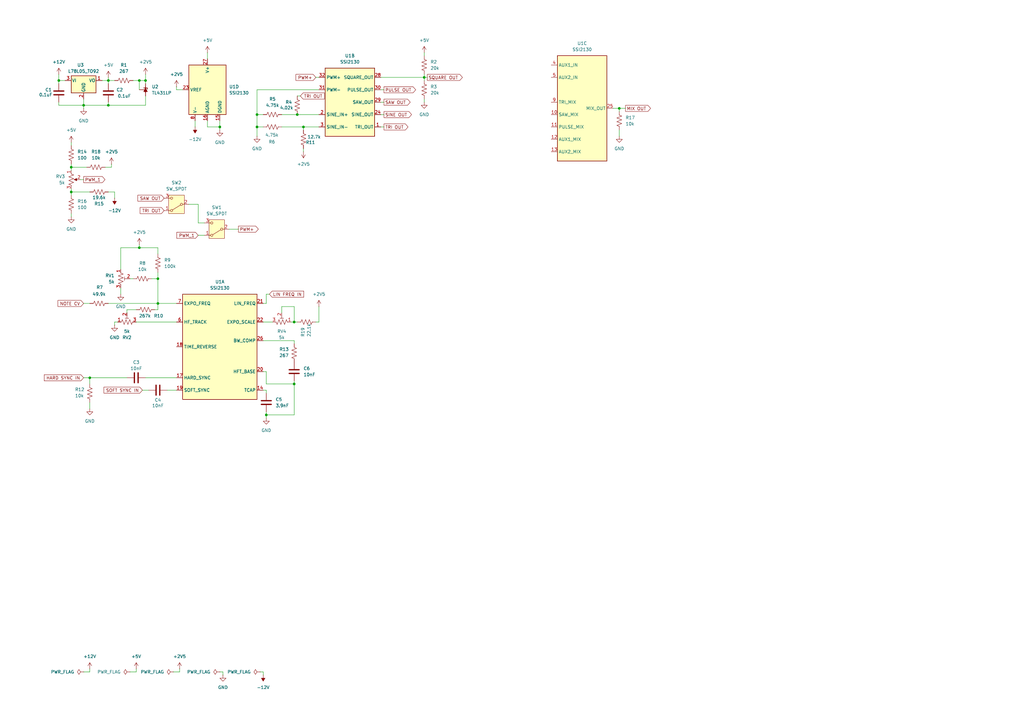
<source format=kicad_sch>
(kicad_sch (version 20250114) (generator "eeschema") (generator_version "9.0")
  (paper "A3")
  (title_block (title "Basic VCO") (date "2026-02-12") (rev "1"))
  (lib_symbols
    (symbol "Device:C" (pin_numbers (hide yes)) (pin_names (offset 0.254))
      (property "Reference" "C" (at 0.635 2.54 0))
      (property "Value" "C" (at 0.635 -2.54 0))
      (symbol "C_0_1"
        (polyline (pts (xy -2.032 0.762) (xy 2.032 0.762)) (stroke (width 0.508)))
        (polyline (pts (xy -2.032 -0.762) (xy 2.032 -0.762)) (stroke (width 0.508)))
      )
      (symbol "C_1_1"
        (pin passive line (at 0 3.81 270) (length 2.794) (name "~") (number "1"))
        (pin passive line (at 0 -3.81 90) (length 2.794) (name "~") (number "2"))
      )
    )
    (symbol "Device:R_Potentiometer_Trim_US" (pin_names (offset 1.016) (hide yes))
      (property "Reference" "RV" (at -4.445 0 90))
      (property "Value" "R_Potentiometer_Trim_US" (at -2.54 0 90))
      (symbol "R_Potentiometer_Trim_US_0_1"
        (polyline (pts (xy 0 2.286) (xy 0 2.54)))
        (polyline (pts (xy 0 2.286) (xy 1.016 1.905) (xy 0 1.524) (xy -1.016 1.143) (xy 0 0.762)))
        (polyline (pts (xy 0 0.762) (xy 1.016 0.381) (xy 0 0) (xy -1.016 -0.381) (xy 0 -0.762)))
        (polyline (pts (xy 0 -0.762) (xy 1.016 -1.143) (xy 0 -1.524) (xy -1.016 -1.905) (xy 0 -2.286)))
        (polyline (pts (xy 0 -2.286) (xy 0 -2.54)))
        (polyline (pts (xy 1.524 0.762) (xy 1.524 -0.762)))
        (polyline (pts (xy 2.54 0) (xy 1.524 0)))
      )
      (symbol "R_Potentiometer_Trim_US_1_1"
        (pin passive line (at 0 3.81 270) (length 1.27) (name "1") (number "1"))
        (pin passive line (at 0 -3.81 90) (length 1.27) (name "3") (number "3"))
        (pin passive line (at 3.81 0 180) (length 1.27) (name "2") (number "2"))
      )
    )
    (symbol "Device:R_Potentiometer_US" (pin_names (offset 1.016) (hide yes))
      (property "Reference" "RV" (at -4.445 0 90))
      (property "Value" "R_Potentiometer_US" (at -2.54 0 90))
      (symbol "R_Potentiometer_US_0_1"
        (polyline (pts (xy 0 2.54) (xy 0 2.286)))
        (polyline (pts (xy 0 2.286) (xy 1.016 1.905) (xy 0 1.524) (xy -1.016 1.143) (xy 0 0.762)))
        (polyline (pts (xy 0 0.762) (xy 1.016 0.381) (xy 0 0) (xy -1.016 -0.381) (xy 0 -0.762)))
        (polyline (pts (xy 0 -0.762) (xy 1.016 -1.143) (xy 0 -1.524) (xy -1.016 -1.905) (xy 0 -2.286)))
        (polyline (pts (xy 0 -2.286) (xy 0 -2.54)))
        (polyline (pts (xy 1.143 0) (xy 2.286 0.508) (xy 2.286 -0.508) (xy 1.143 0)) (fill (type outline)))
        (polyline (pts (xy 2.54 0) (xy 1.524 0)))
      )
      (symbol "R_Potentiometer_US_1_1"
        (pin passive line (at 0 3.81 270) (length 1.27) (name "1") (number "1"))
        (pin passive line (at 0 -3.81 90) (length 1.27) (name "3") (number "3"))
        (pin passive line (at 3.81 0 180) (length 1.27) (name "2") (number "2"))
      )
    )
    (symbol "Device:R_US" (pin_numbers (hide yes)) (pin_names (offset 0))
      (property "Reference" "R" (at 2.54 0 90))
      (property "Value" "R_US" (at -2.54 0 90))
      (symbol "R_US_0_1"
        (polyline (pts (xy 0 2.286) (xy 0 2.54)))
        (polyline (pts (xy 0 2.286) (xy 1.016 1.905) (xy 0 1.524) (xy -1.016 1.143) (xy 0 0.762)))
        (polyline (pts (xy 0 0.762) (xy 1.016 0.381) (xy 0 0) (xy -1.016 -0.381) (xy 0 -0.762)))
        (polyline (pts (xy 0 -0.762) (xy 1.016 -1.143) (xy 0 -1.524) (xy -1.016 -1.905) (xy 0 -2.286)))
        (polyline (pts (xy 0 -2.286) (xy 0 -2.54)))
      )
      (symbol "R_US_1_1"
        (pin passive line (at 0 3.81 270) (length 1.27) (name "~") (number "1"))
        (pin passive line (at 0 -3.81 90) (length 1.27) (name "~") (number "2"))
      )
    )
    (symbol "Reference_Voltage:TL431LP" (pin_numbers (hide yes)) (pin_names (hide yes))
      (property "Reference" "U" (at -2.54 2.54 0))
      (property "Value" "TL431LP" (at 0 -2.54 0))
      (symbol "TL431LP_0_1"
        (polyline (pts (xy -1.27 0) (xy 0 0) (xy 1.27 0)))
        (polyline (pts (xy -0.762 -0.762) (xy -0.762 0.762) (xy 0.762 0) (xy -0.762 -0.762)) (fill (type outline)))
        (polyline (pts (xy 0.254 -0.762) (xy 0.762 -0.762) (xy 0.762 0.762) (xy 0.762 0.762)) (stroke (width 0.254)))
      )
      (symbol "TL431LP_1_1"
        (pin passive line (at -2.54 0 0) (length 2.54) (name "A") (number "2"))
        (pin passive line (at 0 2.54 270) (length 2.54) (name "REF") (number "1"))
        (pin passive line (at 2.54 0 180) (length 2.54) (name "K") (number "3"))
      )
    )
    (symbol "Regulator_Linear:L78L05_TO92" (pin_names (offset 0.254))
      (property "Reference" "U" (at -3.81 3.175 0))
      (property "Value" "L78L05_TO92" (at 0 3.175 0))
      (symbol "L78L05_TO92_0_1"
        (rectangle (start -5.08 -5.08) (end 5.08 1.905) (stroke (width 0.254)) (fill (type background)))
      )
      (symbol "L78L05_TO92_1_1"
        (pin power_in line (at -7.62 0 0) (length 2.54) (name "VI") (number "3"))
        (pin power_in line (at 0 -7.62 90) (length 2.54) (name "GND") (number "2"))
        (pin power_out line (at 7.62 0 180) (length 2.54) (name "VO") (number "1"))
      )
    )
    (symbol "SSI:SSI2130"
      (property "Reference" "U" (at 0 25.4 0))
      (property "Value" "SSI2130" (at 0 22.86 0))
      (symbol "SSI2130_1_1"
        (rectangle (start -15.24 21.59) (end 15.24 -21.59) (stroke (width 0.254)) (fill (type background)))
        (pin input line (at -17.78 17.78 0) (length 2.54) (name "EXPO_FREQ") (number "7"))
        (pin input line (at -17.78 10.16 0) (length 2.54) (name "HF_TRACK") (number "6"))
        (pin input line (at -17.78 0 0) (length 2.54) (name "TIME_REVERSE") (number "18"))
        (pin input line (at -17.78 -12.7 0) (length 2.54) (name "HARD_SYNC") (number "17"))
        (pin input line (at -17.78 -17.78 0) (length 2.54) (name "SOFT_SYNC") (number "19"))
        (pin input line (at 17.78 17.78 180) (length 2.54) (name "LIN_FREQ") (number "21"))
        (pin input line (at 17.78 10.16 180) (length 2.54) (name "EXPO_SCALE") (number "22"))
        (pin input line (at 17.78 2.54 180) (length 2.54) (name "BW_COMP") (number "26"))
        (pin passive line (at 17.78 -10.16 180) (length 2.54) (name "HFT_BASE") (number "20"))
        (pin passive line (at 17.78 -17.78 180) (length 2.54) (name "TCAP") (number "14"))
      )
      (symbol "SSI2130_2_1"
        (rectangle (start -10.16 13.97) (end 10.16 -13.97) (stroke (width 0.254)) (fill (type background)))
        (pin input line (at -12.7 10.16 0) (length 2.54) (name "PWM+") (number "32"))
        (pin input line (at -12.7 5.08 0) (length 2.54) (name "PWM-") (number "31"))
        (pin input line (at -12.7 -5.08 0) (length 2.54) (name "SINE_IN+") (number "2"))
        (pin input line (at -12.7 -10.16 0) (length 2.54) (name "SINE_IN-") (number "3"))
        (pin output line (at 12.7 10.16 180) (length 2.54) (name "SQUARE_OUT") (number "28"))
        (pin output line (at 12.7 5.08 180) (length 2.54) (name "PULSE_OUT") (number "30"))
        (pin output line (at 12.7 0 180) (length 2.54) (name "SAW_OUT") (number "29"))
        (pin output line (at 12.7 -5.08 180) (length 2.54) (name "SINE_OUT") (number "24"))
        (pin output line (at 12.7 -10.16 180) (length 2.54) (name "TRI_OUT") (number "1"))
      )
      (symbol "SSI2130_3_1"
        (rectangle (start -10.16 21.59) (end 10.16 -21.59) (stroke (width 0.254)) (fill (type background)))
        (pin input line (at -12.7 17.78 0) (length 2.54) (name "AUX1_IN") (number "4"))
        (pin input line (at -12.7 12.7 0) (length 2.54) (name "AUX2_IN") (number "5"))
        (pin input line (at -12.7 2.54 0) (length 2.54) (name "TRI_MIX") (number "9"))
        (pin input line (at -12.7 -2.54 0) (length 2.54) (name "SAW_MIX") (number "10"))
        (pin input line (at -12.7 -7.62 0) (length 2.54) (name "PULSE_MIX") (number "11"))
        (pin input line (at -12.7 -12.7 0) (length 2.54) (name "AUX1_MIX") (number "12"))
        (pin input line (at -12.7 -17.78 0) (length 2.54) (name "AUX2_MIX") (number "13"))
        (pin output line (at 12.7 0 180) (length 2.54) (name "MIX_OUT") (number "25"))
      )
      (symbol "SSI2130_4_1"
        (rectangle (start -7.62 10.16) (end 7.62 -10.16) (stroke (width 0.254)) (fill (type background)))
        (pin input line (at -10.16 0 0) (length 2.54) (name "VREF") (number "23"))
        (pin power_in line (at -5.08 -12.7 90) (length 2.54) (name "V-") (number "8"))
        (pin power_in line (at 0 12.7 270) (length 2.54) (name "V+") (number "27"))
        (pin power_in line (at 0 -12.7 90) (length 2.54) (name "AGND") (number "16"))
        (pin power_in line (at 5.08 -12.7 90) (length 2.54) (name "DGND") (number "15"))
        (pin no_connect line (at 10.16 0 180) (length 2.54) (hide yes) (name "PAD") (number "33"))
      )
    )
    (symbol "Switch:SW_SPDT" (pin_names (offset 0) (hide yes))
      (property "Reference" "SW" (at 0 5.08 0))
      (property "Value" "SW_SPDT" (at 0 -5.08 0))
      (symbol "SW_SPDT_0_1"
        (circle (center -2.032 0) (radius 0.4572))
        (polyline (pts (xy -1.651 0.254) (xy 1.651 2.286)))
        (circle (center 2.032 2.54) (radius 0.4572))
        (circle (center 2.032 -2.54) (radius 0.4572))
      )
      (symbol "SW_SPDT_1_1"
        (rectangle (start -3.175 3.81) (end 3.175 -3.81) (fill (type background)))
        (pin passive line (at -5.08 0 0) (length 2.54) (name "B") (number "2"))
        (pin passive line (at 5.08 2.54 180) (length 2.54) (name "A") (number "1"))
        (pin passive line (at 5.08 -2.54 180) (length 2.54) (name "C") (number "3"))
      )
    )
    (symbol "power:+12V" (power) (pin_numbers (hide yes)) (pin_names (offset 0) (hide yes))
      (property "Value" "+12V" (at 0 3.556 0))
      (symbol "+12V_0_1"
        (polyline (pts (xy -0.762 1.27) (xy 0 2.54)))
        (polyline (pts (xy 0 2.54) (xy 0.762 1.27)))
        (polyline (pts (xy 0 0) (xy 0 2.54)))
      )
      (symbol "+12V_1_1"
        (pin power_in line (at 0 0 90) (length 0) (name "~") (number "1"))
      )
    )
    (symbol "power:+2V5" (power) (pin_numbers (hide yes)) (pin_names (offset 0) (hide yes))
      (property "Value" "+2V5" (at 0 3.556 0))
      (symbol "+2V5_0_1"
        (polyline (pts (xy -0.762 1.27) (xy 0 2.54)))
        (polyline (pts (xy 0 2.54) (xy 0.762 1.27)))
        (polyline (pts (xy 0 0) (xy 0 2.54)))
      )
      (symbol "+2V5_1_1"
        (pin power_in line (at 0 0 90) (length 0) (name "~") (number "1"))
      )
    )
    (symbol "power:+5V" (power) (pin_numbers (hide yes)) (pin_names (offset 0) (hide yes))
      (property "Value" "+5V" (at 0 3.556 0))
      (symbol "+5V_0_1"
        (polyline (pts (xy -0.762 1.27) (xy 0 2.54)))
        (polyline (pts (xy 0 2.54) (xy 0.762 1.27)))
        (polyline (pts (xy 0 0) (xy 0 2.54)))
      )
      (symbol "+5V_1_1"
        (pin power_in line (at 0 0 90) (length 0) (name "~") (number "1"))
      )
    )
    (symbol "power:-12V" (power) (pin_numbers (hide yes)) (pin_names (offset 0) (hide yes))
      (property "Value" "-12V" (at 0 3.556 0))
      (symbol "-12V_0_0"
        (pin power_in line (at 0 0 90) (length 0) (name "~") (number "1"))
      )
      (symbol "-12V_0_1"
        (polyline (pts (xy 0 0) (xy 0 1.27) (xy 0.762 1.27) (xy 0 2.54) (xy -0.762 1.27) (xy 0 1.27)) (fill (type outline)))
      )
    )
    (symbol "power:GND" (power) (pin_numbers (hide yes)) (pin_names (offset 0) (hide yes))
      (property "Value" "GND" (at 0 -3.81 0))
      (symbol "GND_0_1"
        (polyline (pts (xy 0 0) (xy 0 -1.27) (xy 1.27 -1.27) (xy 0 -2.54) (xy -1.27 -1.27) (xy 0 -1.27)))
      )
      (symbol "GND_1_1"
        (pin power_in line (at 0 0 270) (length 0) (name "~") (number "1"))
      )
    )
    (symbol "power:PWR_FLAG" (power) (pin_numbers (hide yes)) (pin_names (offset 0) (hide yes))
      (property "Value" "PWR_FLAG" (at 0 3.81 0))
      (symbol "PWR_FLAG_0_0"
        (pin power_out line (at 0 0 90) (length 0) (name "~") (number "1"))
      )
      (symbol "PWR_FLAG_0_1"
        (polyline (pts (xy 0 0) (xy 0 1.27) (xy -1.016 1.905) (xy 0 2.54) (xy 1.016 1.905) (xy 0 1.27)))
      )
    )
  )
  (junction (at 254 44.45))
  (junction (at 105.41 46.99))
  (junction (at 29.21 68.58))
  (junction (at 120.65 157.48))
  (junction (at 124.46 52.07))
  (junction (at 36.83 154.94))
  (junction (at 57.15 101.6))
  (junction (at 121.92 46.99))
  (junction (at 105.41 52.07))
  (junction (at 24.13 33.02))
  (junction (at 44.45 33.02))
  (junction (at 59.69 33.02))
  (junction (at 90.17 52.07))
  (junction (at 44.45 43.18))
  (junction (at 34.29 43.18))
  (junction (at 64.77 124.46))
  (junction (at 120.65 132.08))
  (junction (at 29.21 78.74))
  (junction (at 57.15 33.02))
  (junction (at 173.99 31.75))
  (junction (at 64.77 114.3))
  (junction (at 109.22 170.18))
  (wire (pts (xy 64.77 127) (xy 64.77 124.46)))
  (wire (pts (xy 57.15 101.6) (xy 64.77 101.6)))
  (wire (pts (xy 130.81 132.08) (xy 129.54 132.08)))
  (wire (pts (xy 72.39 35.56) (xy 72.39 36.83)))
  (wire (pts (xy 115.57 46.99) (xy 121.92 46.99)))
  (wire (pts (xy 156.21 36.83) (xy 157.48 36.83)))
  (wire (pts (xy 106.68 275.59) (xy 107.95 275.59)))
  (wire (pts (xy 156.21 46.99) (xy 157.48 46.99)))
  (wire (pts (xy 105.41 52.07) (xy 105.41 46.99)))
  (wire (pts (xy 46.99 78.74) (xy 44.45 78.74)))
  (wire (pts (xy 107.95 132.08) (xy 111.76 132.08)))
  (wire (pts (xy 85.09 49.53) (xy 85.09 52.07)))
  (wire (pts (xy 59.69 43.18) (xy 44.45 43.18)))
  (wire (pts (xy 54.61 33.02) (xy 57.15 33.02)))
  (wire (pts (xy 53.34 275.59) (xy 55.88 275.59)))
  (wire (pts (xy 109.22 157.48) (xy 109.22 152.4)))
  (wire (pts (xy 173.99 31.75) (xy 175.26 31.75)))
  (wire (pts (xy 64.77 124.46) (xy 72.39 124.46)))
  (wire (pts (xy 29.21 77.47) (xy 29.21 78.74)))
  (wire (pts (xy 120.65 139.7) (xy 120.65 140.97)))
  (wire (pts (xy 49.53 118.11) (xy 49.53 120.65)))
  (wire (pts (xy 58.42 160.02) (xy 60.96 160.02)))
  (wire (pts (xy 44.45 33.02) (xy 46.99 33.02)))
  (wire (pts (xy 156.21 52.07) (xy 157.48 52.07)))
  (wire (pts (xy 254 53.34) (xy 254 55.88)))
  (wire (pts (xy 55.88 132.08) (xy 72.39 132.08)))
  (wire (pts (xy 59.69 154.94) (xy 72.39 154.94)))
  (wire (pts (xy 44.45 124.46) (xy 64.77 124.46)))
  (wire (pts (xy 24.13 33.02) (xy 24.13 34.29)))
  (wire (pts (xy 49.53 101.6) (xy 57.15 101.6)))
  (wire (pts (xy 29.21 78.74) (xy 29.21 80.01)))
  (wire (pts (xy 29.21 68.58) (xy 29.21 69.85)))
  (wire (pts (xy 97.79 93.98) (xy 93.98 93.98)))
  (wire (pts (xy 46.99 81.28) (xy 46.99 78.74)))
  (wire (pts (xy 85.09 52.07) (xy 90.17 52.07)))
  (wire (pts (xy 53.34 114.3) (xy 54.61 114.3)))
  (wire (pts (xy 52.07 128.27) (xy 52.07 127)))
  (wire (pts (xy 34.29 44.45) (xy 34.29 43.18)))
  (wire (pts (xy 109.22 160.02) (xy 107.95 160.02)))
  (wire (pts (xy 109.22 168.91) (xy 109.22 170.18)))
  (wire (pts (xy 115.57 128.27) (xy 115.57 125.73)))
  (wire (pts (xy 90.17 52.07) (xy 90.17 53.34)))
  (wire (pts (xy 109.22 152.4) (xy 107.95 152.4)))
  (wire (pts (xy 120.65 157.48) (xy 120.65 170.18)))
  (wire (pts (xy 173.99 21.59) (xy 173.99 22.86)))
  (wire (pts (xy 254 44.45) (xy 256.54 44.45)))
  (wire (pts (xy 36.83 157.48) (xy 36.83 154.94)))
  (wire (pts (xy 107.95 275.59) (xy 107.95 276.86)))
  (wire (pts (xy 59.69 34.29) (xy 59.69 33.02)))
  (wire (pts (xy 52.07 127) (xy 55.88 127)))
  (wire (pts (xy 81.28 91.44) (xy 81.28 83.82)))
  (wire (pts (xy 36.83 165.1) (xy 36.83 167.64)))
  (wire (pts (xy 105.41 36.83) (xy 130.81 36.83)))
  (wire (pts (xy 109.22 120.65) (xy 110.49 120.65)))
  (wire (pts (xy 90.17 49.53) (xy 90.17 52.07)))
  (wire (pts (xy 34.29 124.46) (xy 36.83 124.46)))
  (wire (pts (xy 59.69 39.37) (xy 59.69 43.18)))
  (wire (pts (xy 62.23 114.3) (xy 64.77 114.3)))
  (wire (pts (xy 45.72 68.58) (xy 45.72 67.31)))
  (wire (pts (xy 109.22 161.29) (xy 109.22 160.02)))
  (wire (pts (xy 85.09 21.59) (xy 85.09 24.13)))
  (wire (pts (xy 124.46 52.07) (xy 130.81 52.07)))
  (wire (pts (xy 46.99 133.35) (xy 46.99 132.08)))
  (wire (pts (xy 81.28 91.44) (xy 83.82 91.44)))
  (wire (pts (xy 68.58 160.02) (xy 72.39 160.02)))
  (wire (pts (xy 63.5 127) (xy 64.77 127)))
  (wire (pts (xy 59.69 30.48) (xy 59.69 33.02)))
  (wire (pts (xy 124.46 52.07) (xy 124.46 53.34)))
  (wire (pts (xy 59.69 33.02) (xy 57.15 33.02)))
  (wire (pts (xy 109.22 157.48) (xy 120.65 157.48)))
  (wire (pts (xy 36.83 275.59) (xy 36.83 274.32)))
  (wire (pts (xy 49.53 110.49) (xy 49.53 101.6)))
  (wire (pts (xy 34.29 40.64) (xy 34.29 43.18)))
  (wire (pts (xy 105.41 36.83) (xy 105.41 46.99)))
  (wire (pts (xy 254 45.72) (xy 254 44.45)))
  (wire (pts (xy 41.91 33.02) (xy 44.45 33.02)))
  (wire (pts (xy 44.45 33.02) (xy 44.45 31.75)))
  (wire (pts (xy 81.28 83.82) (xy 77.47 83.82)))
  (wire (pts (xy 36.83 154.94) (xy 52.07 154.94)))
  (wire (pts (xy 157.48 41.91) (xy 156.21 41.91)))
  (wire (pts (xy 121.92 46.99) (xy 130.81 46.99)))
  (wire (pts (xy 29.21 58.42) (xy 29.21 59.69)))
  (wire (pts (xy 129.54 31.75) (xy 130.81 31.75)))
  (wire (pts (xy 81.28 96.52) (xy 83.82 96.52)))
  (wire (pts (xy 173.99 31.75) (xy 173.99 33.02)))
  (wire (pts (xy 173.99 40.64) (xy 173.99 41.91)))
  (wire (pts (xy 24.13 30.48) (xy 24.13 33.02)))
  (wire (pts (xy 115.57 125.73) (xy 120.65 125.73)))
  (wire (pts (xy 29.21 68.58) (xy 35.56 68.58)))
  (wire (pts (xy 254 44.45) (xy 251.46 44.45)))
  (wire (pts (xy 34.29 154.94) (xy 36.83 154.94)))
  (wire (pts (xy 121.92 132.08) (xy 120.65 132.08)))
  (wire (pts (xy 105.41 55.88) (xy 105.41 52.07)))
  (wire (pts (xy 107.95 139.7) (xy 120.65 139.7)))
  (wire (pts (xy 80.01 49.53) (xy 80.01 52.07)))
  (wire (pts (xy 46.99 132.08) (xy 48.26 132.08)))
  (wire (pts (xy 29.21 67.31) (xy 29.21 68.58)))
  (wire (pts (xy 57.15 101.6) (xy 57.15 100.33)))
  (wire (pts (xy 124.46 60.96) (xy 124.46 62.23)))
  (wire (pts (xy 24.13 33.02) (xy 26.67 33.02)))
  (wire (pts (xy 64.77 111.76) (xy 64.77 114.3)))
  (wire (pts (xy 34.29 43.18) (xy 44.45 43.18)))
  (wire (pts (xy 43.18 68.58) (xy 45.72 68.58)))
  (wire (pts (xy 73.66 275.59) (xy 73.66 274.32)))
  (wire (pts (xy 44.45 43.18) (xy 44.45 41.91)))
  (wire (pts (xy 90.17 275.59) (xy 91.44 275.59)))
  (wire (pts (xy 173.99 30.48) (xy 173.99 31.75)))
  (wire (pts (xy 105.41 46.99) (xy 107.95 46.99)))
  (wire (pts (xy 107.95 124.46) (xy 109.22 124.46)))
  (wire (pts (xy 29.21 78.74) (xy 36.83 78.74)))
  (wire (pts (xy 24.13 41.91) (xy 24.13 43.18)))
  (wire (pts (xy 64.77 114.3) (xy 64.77 124.46)))
  (wire (pts (xy 64.77 101.6) (xy 64.77 104.14)))
  (wire (pts (xy 44.45 33.02) (xy 44.45 34.29)))
  (wire (pts (xy 156.21 31.75) (xy 173.99 31.75)))
  (wire (pts (xy 105.41 52.07) (xy 107.95 52.07)))
  (wire (pts (xy 33.02 73.66) (xy 34.29 73.66)))
  (wire (pts (xy 121.92 39.37) (xy 123.19 39.37)))
  (wire (pts (xy 109.22 170.18) (xy 109.22 171.45)))
  (wire (pts (xy 119.38 132.08) (xy 120.65 132.08)))
  (wire (pts (xy 91.44 275.59) (xy 91.44 276.86)))
  (wire (pts (xy 55.88 275.59) (xy 55.88 274.32)))
  (wire (pts (xy 120.65 170.18) (xy 109.22 170.18)))
  (wire (pts (xy 115.57 52.07) (xy 124.46 52.07)))
  (wire (pts (xy 29.21 87.63) (xy 29.21 88.9)))
  (wire (pts (xy 71.12 275.59) (xy 73.66 275.59)))
  (wire (pts (xy 72.39 36.83) (xy 74.93 36.83)))
  (wire (pts (xy 109.22 124.46) (xy 109.22 120.65)))
  (wire (pts (xy 24.13 43.18) (xy 34.29 43.18)))
  (wire (pts (xy 120.65 156.21) (xy 120.65 157.48)))
  (wire (pts (xy 130.81 125.73) (xy 130.81 132.08)))
  (wire (pts (xy 120.65 125.73) (xy 120.65 132.08)))
  (wire (pts (xy 34.29 275.59) (xy 36.83 275.59)))
  (wire (pts (xy 57.15 33.02) (xy 57.15 36.83)))
  (global_label "TRI OUT" (shape output) (at 157.48 52.07 0) (property "Intersheetrefs" "${INTERSHEET_REFS}" (effects (hide yes))))
  (global_label "PWM_1" (shape output) (at 34.29 73.66 0) (property "Intersheetrefs" "${INTERSHEET_REFS}" (effects (hide yes))))
  (global_label "PULSE OUT" (shape output) (at 157.48 36.83 0) (property "Intersheetrefs" "${INTERSHEET_REFS}" (effects (hide yes))))
  (global_label "NOTE CV" (shape input) (at 34.29 124.46 180) (property "Intersheetrefs" "${INTERSHEET_REFS}" (effects (hide yes))))
  (global_label "MIX OUT" (shape output) (at 256.54 44.45 0) (property "Intersheetrefs" "${INTERSHEET_REFS}" (effects (hide yes))))
  (global_label "PWM_1" (shape input) (at 81.28 96.52 180) (property "Intersheetrefs" "${INTERSHEET_REFS}" (effects (hide yes))))
  (global_label "HARD SYNC IN" (shape input) (at 34.29 154.94 180) (property "Intersheetrefs" "${INTERSHEET_REFS}" (effects (hide yes))))
  (global_label "SAW OUT" (shape output) (at 157.48 41.91 0) (property "Intersheetrefs" "${INTERSHEET_REFS}" (effects (hide yes))))
  (global_label "SQUARE OUT" (shape output) (at 175.26 31.75 0) (property "Intersheetrefs" "${INTERSHEET_REFS}" (effects (hide yes))))
  (global_label "TRI OUT" (shape input) (at 67.31 86.36 180) (property "Intersheetrefs" "${INTERSHEET_REFS}" (effects (hide yes))))
  (global_label "PWM+" (shape input) (at 129.54 31.75 180) (property "Intersheetrefs" "${INTERSHEET_REFS}" (effects (hide yes))))
  (global_label "TRI OUT" (shape input) (at 123.19 39.37 0) (property "Intersheetrefs" "${INTERSHEET_REFS}" (effects (hide yes))))
  (global_label "LIN FREQ IN" (shape input) (at 110.49 120.65 0) (property "Intersheetrefs" "${INTERSHEET_REFS}" (effects (hide yes))))
  (global_label "SOFT SYNC IN" (shape input) (at 58.42 160.02 180) (property "Intersheetrefs" "${INTERSHEET_REFS}" (effects (hide yes))))
  (global_label "SAW OUT" (shape input) (at 67.31 81.28 180) (property "Intersheetrefs" "${INTERSHEET_REFS}" (effects (hide yes))))
  (global_label "SINE OUT" (shape output) (at 157.48 46.99 0) (property "Intersheetrefs" "${INTERSHEET_REFS}" (effects (hide yes))))
  (global_label "PWM+" (shape output) (at 97.79 93.98 0) (property "Intersheetrefs" "${INTERSHEET_REFS}" (effects (hide yes))))
  (symbol (lib_id "Device:C") (at 24.13 38.1 0) (unit 1)
    (property "Reference" "C1" (at 18.542 36.83 0) (effects (justify left)))
    (property "Value" "0.1uF" (at 16.002 38.862 0) (effects (justify left)))
    (property "Description" "Unpolarized capacitor" (effects (hide yes)))
  )
  (symbol (lib_id "power:+2V5") (at 130.81 125.73 0) (unit 1)
    (property "Reference" "#PWR028" (effects (hide yes)))
    (property "Value" "+2V5" (at 130.81 120.65 0))
    (property "Description" "Power symbol creates a global label with name \"+2V5\"" (effects (hide yes)))
  )
  (symbol (lib_id "power:-12V") (at 46.99 81.28 180) (unit 1)
    (property "Reference" "#PWR019" (effects (hide yes)))
    (property "Value" "-12V" (at 46.99 86.36 0))
    (property "Description" "Power symbol creates a global label with name \"-12V\"" (effects (hide yes)))
  )
  (symbol (lib_id "Device:R_Potentiometer_Trim_US") (at 115.57 132.08 270) (mirror x) (unit 1)
    (property "Reference" "RV4" (at 115.57 135.89 90))
    (property "Value" "5k" (at 115.57 138.43 90))
    (property "Description" "Trim-potentiometer, US symbol" (effects (hide yes)))
  )
  (symbol (lib_id "power:+12V") (at 24.13 30.48 0) (unit 1)
    (property "Reference" "#PWR01" (effects (hide yes)))
    (property "Value" "+12V" (at 24.13 25.4 0))
    (property "Description" "Power symbol creates a global label with name \"+12V\"" (effects (hide yes)))
  )
  (symbol (lib_id "power:+12V") (at 36.83 274.32 0) (unit 1)
    (property "Reference" "#PWR022" (effects (hide yes)))
    (property "Value" "+12V" (at 36.83 269.24 0))
    (property "Description" "Power symbol creates a global label with name \"+12V\"" (effects (hide yes)))
  )
  (symbol (lib_id "power:-12V") (at 107.95 276.86 180) (unit 1)
    (property "Reference" "#PWR027" (effects (hide yes)))
    (property "Value" "-12V" (at 107.95 281.94 0))
    (property "Description" "Power symbol creates a global label with name \"-12V\"" (effects (hide yes)))
  )
  (symbol (lib_id "power:+2V5") (at 72.39 35.56 0) (unit 1)
    (property "Reference" "#PWR05" (effects (hide yes)))
    (property "Value" "+2V5" (at 72.39 30.48 0))
    (property "Description" "Power symbol creates a global label with name \"+2V5\"" (effects (hide yes)))
  )
  (symbol (lib_id "Device:R_US") (at 254 49.53 0) (unit 1)
    (property "Reference" "R17" (at 256.54 48.2599 0) (effects (justify left)))
    (property "Value" "10k" (at 256.54 50.7999 0) (effects (justify left)))
    (property "Description" "Resistor, US symbol" (effects (hide yes)))
  )
  (symbol (lib_id "Device:R_US") (at 29.21 83.82 0) (unit 1)
    (property "Reference" "R16" (at 31.75 82.5499 0) (effects (justify left)))
    (property "Value" "100" (at 31.75 85.0899 0) (effects (justify left)))
    (property "Description" "Resistor, US symbol" (effects (hide yes)))
  )
  (symbol (lib_id "SSI:SSI2130") (at 143.51 41.91 0) (unit 2)
    (property "Reference" "U1" (at 143.51 22.86 0))
    (property "Value" "SSI2130" (at 143.51 25.4 0))
    (property "Footprint" "Package_DFN_QFN:QFN-32-1EP_4x4mm_P0.4mm_EP2.65x2.65mm" (effects (hide yes)))
    (property "Datasheet" "https://www.soundsemiconductor.com/downloads/ssi2130datasheet.pdf" (effects (hide yes)))
    (property "Description" "Audio VCO, QFN-32" (effects (hide yes)))
  )
  (symbol (lib_id "power:+2V5") (at 45.72 67.31 0) (unit 1)
    (property "Reference" "#PWR020" (effects (hide yes)))
    (property "Value" "+2V5" (at 45.72 62.23 0))
    (property "Description" "Power symbol creates a global label with name \"+2V5\"" (effects (hide yes)))
  )
  (symbol (lib_id "power:GND") (at 29.21 88.9 0) (unit 1)
    (property "Reference" "#PWR015" (effects (hide yes)))
    (property "Value" "GND" (at 29.21 93.98 0))
    (property "Description" "Power symbol creates a global label with name \"GND\" , ground" (effects (hide yes)))
  )
  (symbol (lib_id "Device:R_US") (at 40.64 124.46 90) (unit 1)
    (property "Reference" "R7" (at 40.894 117.856 90))
    (property "Value" "49.9k" (at 40.64 120.65 90))
    (property "Description" "Resistor, US symbol" (effects (hide yes)))
  )
  (symbol (lib_id "power:+12V") (at 55.88 274.32 0) (unit 1)
    (property "Reference" "#PWR023" (effects (hide yes)))
    (property "Value" "+5V" (at 55.88 269.24 0))
    (property "Description" "Power symbol creates a global label with name \"+12V\"" (effects (hide yes)))
  )
  (symbol (lib_id "Device:R_US") (at 40.64 78.74 90) (unit 1)
    (property "Reference" "R15" (at 40.64 83.566 90))
    (property "Value" "19.6k" (at 40.64 81.026 90))
    (property "Description" "Resistor, US symbol" (effects (hide yes)))
  )
  (symbol (lib_id "Device:C") (at 44.45 38.1 0) (unit 1)
    (property "Reference" "C2" (at 47.752 36.83 0) (effects (justify left)))
    (property "Value" "0.1uF" (at 48.26 39.3699 0) (effects (justify left)))
    (property "Description" "Unpolarized capacitor" (effects (hide yes)))
  )
  (symbol (lib_id "Device:R_Potentiometer_Trim_US") (at 52.07 132.08 90) (unit 1)
    (property "Reference" "RV2" (at 52.07 138.43 90))
    (property "Value" "5k" (at 52.07 135.89 90))
    (property "Description" "Trim-potentiometer, US symbol" (effects (hide yes)))
  )
  (symbol (lib_id "Device:R_US") (at 120.65 144.78 180) (unit 1)
    (property "Reference" "R13" (at 114.554 143.256 0) (effects (justify right)))
    (property "Value" "267" (at 114.554 145.796 0) (effects (justify right)))
    (property "Description" "Resistor, US symbol" (effects (hide yes)))
  )
  (symbol (lib_id "Device:R_US") (at 173.99 36.83 180) (unit 1)
    (property "Reference" "R3" (at 176.53 35.5599 0) (effects (justify right)))
    (property "Value" "20k" (at 176.53 38.0999 0) (effects (justify right)))
    (property "Description" "Resistor, US symbol" (effects (hide yes)))
  )
  (symbol (lib_id "Device:R_US") (at 125.73 132.08 270) (unit 1)
    (property "Reference" "R19" (at 124.206 138.176 0) (effects (justify right)))
    (property "Value" "22.1k" (at 126.746 138.176 0) (effects (justify right)))
    (property "Description" "Resistor, US symbol" (effects (hide yes)))
  )
  (symbol (lib_id "Device:C") (at 64.77 160.02 90) (unit 1)
    (property "Reference" "C4" (at 64.77 164.084 90))
    (property "Value" "10nF" (at 64.77 166.37 90))
    (property "Description" "Unpolarized capacitor" (effects (hide yes)))
  )
  (symbol (lib_id "Regulator_Linear:L78L05_TO92") (at 34.29 33.02 0) (unit 1)
    (property "Reference" "U3" (at 33.02 26.67 0))
    (property "Value" "L78L05_TO92" (at 34.29 29.21 0))
    (property "Footprint" "Package_TO_SOT_THT:TO-92_Inline" (effects (hide yes)))
    (property "Datasheet" "http://www.st.com/content/ccc/resource/technical/document/datasheet/15/55/e5/aa/23/5b/43/fd/CD00000446.pdf/files/CD00000446.pdf/jcr:content/translations/en.CD00000446.pdf" (effects (hide yes)))
    (property "Description" "Positive 100mA 30V Linear Regulator, Fixed Output 5V, TO-92" (effects (hide yes)))
  )
  (symbol (lib_id "Device:R_US") (at 39.37 68.58 90) (unit 1)
    (property "Reference" "R18" (at 39.37 62.23 90))
    (property "Value" "10k" (at 39.37 64.77 90))
    (property "Description" "Resistor, US symbol" (effects (hide yes)))
  )
  (symbol (lib_id "power:+2V5") (at 124.46 62.23 180) (unit 1)
    (property "Reference" "#PWR016" (effects (hide yes)))
    (property "Value" "+2V5" (at 124.46 67.31 0))
    (property "Description" "Power symbol creates a global label with name \"+2V5\"" (effects (hide yes)))
  )
  (symbol (lib_id "Device:C") (at 120.65 152.4 0) (unit 1)
    (property "Reference" "C6" (at 124.46 151.1299 0) (effects (justify left)))
    (property "Value" "10nF" (at 124.46 153.6699 0) (effects (justify left)))
    (property "Description" "Unpolarized capacitor" (effects (hide yes)))
  )
  (symbol (lib_id "Reference_Voltage:TL431LP") (at 59.69 36.83 90) (unit 1)
    (property "Reference" "U2" (at 62.23 35.5599 90) (effects (justify right)))
    (property "Value" "TL431LP" (at 62.23 38.0999 90) (effects (justify right)))
    (property "Footprint" "Package_TO_SOT_THT:TO-92_Inline" (effects (hide yes)))
    (property "Datasheet" "http://www.ti.com/lit/ds/symlink/tl431.pdf" (effects (hide yes)))
    (property "Description" "Shunt Regulator, TO-92" (effects (hide yes)))
  )
  (symbol (lib_id "Device:R_US") (at 173.99 26.67 180) (unit 1)
    (property "Reference" "R2" (at 176.53 25.3999 0) (effects (justify right)))
    (property "Value" "20k" (at 176.53 27.9399 0) (effects (justify right)))
    (property "Description" "Resistor, US symbol" (effects (hide yes)))
  )
  (symbol (lib_id "power:+2V5") (at 59.69 30.48 0) (unit 1)
    (property "Reference" "#PWR03" (effects (hide yes)))
    (property "Value" "+2V5" (at 59.69 25.4 0))
    (property "Description" "Power symbol creates a global label with name \"+2V5\"" (effects (hide yes)))
  )
  (symbol (lib_id "Device:C") (at 109.22 165.1 0) (unit 1)
    (property "Reference" "C5" (at 113.03 163.8299 0) (effects (justify left)))
    (property "Value" "3.9nF" (at 113.03 166.3699 0) (effects (justify left)))
    (property "Description" "Unpolarized capacitor" (effects (hide yes)))
  )
  (symbol (lib_id "Device:R_US") (at 59.69 127 90) (unit 1)
    (property "Reference" "R10" (at 65.024 129.54 90))
    (property "Value" "267k" (at 59.436 129.54 90))
    (property "Description" "Resistor, US symbol" (effects (hide yes)))
  )
  (symbol (lib_id "Switch:SW_SPDT") (at 88.9 93.98 180) (unit 1)
    (property "Reference" "SW1" (at 88.9 85.09 0))
    (property "Value" "SW_SPDT" (at 88.9 87.63 0))
    (property "Description" "Switch, single pole double throw" (effects (hide yes)))
  )
  (symbol (lib_id "SSI:SSI2130") (at 90.17 142.24 0) (unit 1)
    (property "Reference" "U1" (at 90.17 115.57 0))
    (property "Value" "SSI2130" (at 90.17 118.11 0))
    (property "Footprint" "Package_DFN_QFN:QFN-32-1EP_4x4mm_P0.4mm_EP2.65x2.65mm" (effects (hide yes)))
    (property "Datasheet" "https://www.soundsemiconductor.com/downloads/ssi2130datasheet.pdf" (effects (hide yes)))
    (property "Description" "Audio VCO, QFN-32" (effects (hide yes)))
  )
  (symbol (lib_id "power:GND") (at 173.99 41.91 0) (unit 1)
    (property "Reference" "#PWR010" (effects (hide yes)))
    (property "Value" "GND" (at 173.99 46.99 0))
    (property "Description" "Power symbol creates a global label with name \"GND\" , ground" (effects (hide yes)))
  )
  (symbol (lib_id "power:PWR_FLAG") (at 71.12 275.59 90) (unit 1)
    (property "Reference" "#FLG03" (effects (hide yes)))
    (property "Value" "PWR_FLAG" (at 67.31 275.5899 90) (effects (justify left)))
    (property "Description" "Special symbol for telling ERC where power comes from" (effects (hide yes)))
  )
  (symbol (lib_id "Device:R_US") (at 111.76 52.07 270) (unit 1)
    (property "Reference" "R6" (at 111.506 58.166 90))
    (property "Value" "4.75k" (at 111.506 55.372 90))
    (property "Description" "Resistor, US symbol" (effects (hide yes)))
  )
  (symbol (lib_id "power:-12V") (at 80.01 52.07 180) (unit 1)
    (property "Reference" "#PWR07" (effects (hide yes)))
    (property "Value" "-12V" (at 80.01 57.15 0))
    (property "Description" "Power symbol creates a global label with name \"-12V\"" (effects (hide yes)))
  )
  (symbol (lib_id "Device:R_US") (at 111.76 46.99 270) (unit 1)
    (property "Reference" "R5" (at 111.76 40.64 90))
    (property "Value" "4.75k" (at 111.76 43.18 90))
    (property "Description" "Resistor, US symbol" (effects (hide yes)))
  )
  (symbol (lib_id "Device:R_US") (at 29.21 63.5 0) (unit 1)
    (property "Reference" "R14" (at 31.75 62.2299 0) (effects (justify left)))
    (property "Value" "100" (at 31.75 64.7699 0) (effects (justify left)))
    (property "Description" "Resistor, US symbol" (effects (hide yes)))
  )
  (symbol (lib_id "power:GND") (at 36.83 167.64 0) (unit 1)
    (property "Reference" "#PWR017" (effects (hide yes)))
    (property "Value" "GND" (at 36.83 172.72 0))
    (property "Description" "Power symbol creates a global label with name \"GND\" , ground" (effects (hide yes)))
  )
  (symbol (lib_id "Device:R_US") (at 58.42 114.3 90) (unit 1)
    (property "Reference" "R8" (at 58.42 107.95 90))
    (property "Value" "10k" (at 58.42 110.49 90))
    (property "Description" "Resistor, US symbol" (effects (hide yes)))
  )
  (symbol (lib_id "Device:R_US") (at 36.83 161.29 180) (unit 1)
    (property "Reference" "R12" (at 30.734 159.766 0) (effects (justify right)))
    (property "Value" "10k" (at 30.734 162.306 0) (effects (justify right)))
    (property "Description" "Resistor, US symbol" (effects (hide yes)))
  )
  (symbol (lib_id "power:GND") (at 49.53 120.65 0) (unit 1)
    (property "Reference" "#PWR013" (effects (hide yes)))
    (property "Value" "GND" (at 49.53 125.73 0))
    (property "Description" "Power symbol creates a global label with name \"GND\" , ground" (effects (hide yes)))
  )
  (symbol (lib_id "power:GND") (at 105.41 55.88 0) (unit 1)
    (property "Reference" "#PWR011" (effects (hide yes)))
    (property "Value" "GND" (at 105.41 60.96 0))
    (property "Description" "Power symbol creates a global label with name \"GND\" , ground" (effects (hide yes)))
  )
  (symbol (lib_id "power:PWR_FLAG") (at 53.34 275.59 90) (unit 1)
    (property "Reference" "#FLG02" (effects (hide yes)))
    (property "Value" "PWR_FLAG" (at 49.53 275.5899 90) (effects (justify left)))
    (property "Description" "Special symbol for telling ERC where power comes from" (effects (hide yes)))
  )
  (symbol (lib_id "power:GND") (at 90.17 53.34 0) (unit 1)
    (property "Reference" "#PWR08" (effects (hide yes)))
    (property "Value" "GND" (at 90.17 58.42 0))
    (property "Description" "Power symbol creates a global label with name \"GND\" , ground" (effects (hide yes)))
  )
  (symbol (lib_id "power:PWR_FLAG") (at 106.68 275.59 90) (unit 1)
    (property "Reference" "#FLG05" (effects (hide yes)))
    (property "Value" "PWR_FLAG" (at 102.87 275.5899 90) (effects (justify left)))
    (property "Description" "Special symbol for telling ERC where power comes from" (effects (hide yes)))
  )
  (symbol (lib_id "power:PWR_FLAG") (at 34.29 275.59 90) (unit 1)
    (property "Reference" "#FLG01" (effects (hide yes)))
    (property "Value" "PWR_FLAG" (at 30.48 275.5899 90) (effects (justify left)))
    (property "Description" "Special symbol for telling ERC where power comes from" (effects (hide yes)))
  )
  (symbol (lib_id "power:+5V") (at 29.21 58.42 0) (unit 1)
    (property "Reference" "#PWR021" (effects (hide yes)))
    (property "Value" "+5V" (at 29.21 53.34 0))
    (property "Description" "Power symbol creates a global label with name \"+5V\"" (effects (hide yes)))
  )
  (symbol (lib_id "power:+5V") (at 85.09 21.59 0) (unit 1)
    (property "Reference" "#PWR06" (effects (hide yes)))
    (property "Value" "+5V" (at 85.09 16.51 0))
    (property "Description" "Power symbol creates a global label with name \"+5V\"" (effects (hide yes)))
  )
  (symbol (lib_id "Device:C") (at 55.88 154.94 90) (unit 1)
    (property "Reference" "C3" (at 55.88 148.59 90))
    (property "Value" "10nF" (at 55.88 151.13 90))
    (property "Description" "Unpolarized capacitor" (effects (hide yes)))
  )
  (symbol (lib_id "power:PWR_FLAG") (at 90.17 275.59 90) (unit 1)
    (property "Reference" "#FLG04" (effects (hide yes)))
    (property "Value" "PWR_FLAG" (at 86.36 275.5899 90) (effects (justify left)))
    (property "Description" "Special symbol for telling ERC where power comes from" (effects (hide yes)))
  )
  (symbol (lib_id "SSI:SSI2130") (at 238.76 44.45 0) (unit 3)
    (property "Reference" "U1" (at 238.76 17.78 0))
    (property "Value" "SSI2130" (at 238.76 20.32 0))
    (property "Footprint" "Package_DFN_QFN:QFN-32-1EP_4x4mm_P0.4mm_EP2.65x2.65mm" (effects (hide yes)))
    (property "Datasheet" "https://www.soundsemiconductor.com/downloads/ssi2130datasheet.pdf" (effects (hide yes)))
    (property "Description" "Audio VCO, QFN-32" (effects (hide yes)))
  )
  (symbol (lib_id "power:GND") (at 109.22 171.45 0) (unit 1)
    (property "Reference" "#PWR018" (effects (hide yes)))
    (property "Value" "GND" (at 109.22 176.53 0))
    (property "Description" "Power symbol creates a global label with name \"GND\" , ground" (effects (hide yes)))
  )
  (symbol (lib_id "Device:R_US") (at 121.92 43.18 180) (unit 1)
    (property "Reference" "R4" (at 117.094 41.91 0) (effects (justify right)))
    (property "Value" "4.02k" (at 114.808 44.196 0) (effects (justify right)))
    (property "Description" "Resistor, US symbol" (effects (hide yes)))
  )
  (symbol (lib_id "power:GND") (at 91.44 276.86 0) (unit 1)
    (property "Reference" "#PWR025" (effects (hide yes)))
    (property "Value" "GND" (at 91.44 281.94 0))
    (property "Description" "Power symbol creates a global label with name \"GND\" , ground" (effects (hide yes)))
  )
  (symbol (lib_id "power:+5V") (at 44.45 31.75 0) (unit 1)
    (property "Reference" "#PWR02" (effects (hide yes)))
    (property "Value" "+5V" (at 44.45 26.67 0))
    (property "Description" "Power symbol creates a global label with name \"+5V\"" (effects (hide yes)))
  )
  (symbol (lib_id "power:GND") (at 254 55.88 0) (unit 1)
    (property "Reference" "#PWR026" (effects (hide yes)))
    (property "Value" "GND" (at 254 60.96 0))
    (property "Description" "Power symbol creates a global label with name \"GND\" , ground" (effects (hide yes)))
  )
  (symbol (lib_id "Switch:SW_SPDT") (at 72.39 83.82 180) (unit 1)
    (property "Reference" "SW2" (at 72.39 74.93 0))
    (property "Value" "SW_SPDT" (at 72.39 77.47 0))
    (property "Description" "Switch, single pole double throw" (effects (hide yes)))
  )
  (symbol (lib_id "SSI:SSI2130") (at 85.09 36.83 0) (unit 4)
    (property "Reference" "U1" (at 93.98 35.5599 0) (effects (justify left)))
    (property "Value" "SSI2130" (at 93.98 38.0999 0) (effects (justify left)))
    (property "Footprint" "Package_DFN_QFN:QFN-32-1EP_4x4mm_P0.4mm_EP2.65x2.65mm" (effects (hide yes)))
    (property "Datasheet" "https://www.soundsemiconductor.com/downloads/ssi2130datasheet.pdf" (effects (hide yes)))
    (property "Description" "Audio VCO, QFN-32" (effects (hide yes)))
  )
  (symbol (lib_id "power:GND") (at 46.99 133.35 0) (unit 1)
    (property "Reference" "#PWR014" (effects (hide yes)))
    (property "Value" "GND" (at 46.99 138.43 0))
    (property "Description" "Power symbol creates a global label with name \"GND\" , ground" (effects (hide yes)))
  )
  (symbol (lib_id "power:GND") (at 34.29 44.45 0) (unit 1)
    (property "Reference" "#PWR04" (effects (hide yes)))
    (property "Value" "GND" (at 34.29 49.53 0))
    (property "Description" "Power symbol creates a global label with name \"GND\" , ground" (effects (hide yes)))
  )
  (symbol (lib_id "Device:R_Potentiometer_US") (at 29.21 73.66 0) (unit 1)
    (property "Reference" "RV3" (at 26.67 72.3899 0) (effects (justify right)))
    (property "Value" "5k" (at 26.67 74.9299 0) (effects (justify right)))
    (property "Description" "Potentiometer, US symbol" (effects (hide yes)))
  )
  (symbol (lib_id "Device:R_US") (at 50.8 33.02 90) (unit 1)
    (property "Reference" "R1" (at 50.8 26.67 90))
    (property "Value" "267" (at 50.8 29.21 90))
    (property "Description" "Resistor, US symbol" (effects (hide yes)))
  )
  (symbol (lib_id "Device:R_US") (at 124.46 57.15 0) (unit 1)
    (property "Reference" "R11" (at 129.286 58.42 0) (effects (justify right)))
    (property "Value" "12.7k" (at 131.572 56.134 0) (effects (justify right)))
    (property "Description" "Resistor, US symbol" (effects (hide yes)))
  )
  (symbol (lib_id "Device:R_US") (at 64.77 107.95 180) (unit 1)
    (property "Reference" "R9" (at 67.31 106.6799 0) (effects (justify right)))
    (property "Value" "100k" (at 67.31 109.2199 0) (effects (justify right)))
    (property "Description" "Resistor, US symbol" (effects (hide yes)))
  )
  (symbol (lib_id "power:+5V") (at 173.99 21.59 0) (unit 1)
    (property "Reference" "#PWR09" (effects (hide yes)))
    (property "Value" "+5V" (at 173.99 16.51 0))
    (property "Description" "Power symbol creates a global label with name \"+5V\"" (effects (hide yes)))
  )
  (symbol (lib_id "power:+2V5") (at 57.15 100.33 0) (unit 1)
    (property "Reference" "#PWR012" (effects (hide yes)))
    (property "Value" "+2V5" (at 57.15 95.25 0))
    (property "Description" "Power symbol creates a global label with name \"+2V5\"" (effects (hide yes)))
  )
  (symbol (lib_id "power:+12V") (at 73.66 274.32 0) (unit 1)
    (property "Reference" "#PWR024" (effects (hide yes)))
    (property "Value" "+2V5" (at 73.66 269.24 0))
    (property "Description" "Power symbol creates a global label with name \"+12V\"" (effects (hide yes)))
  )
  (symbol (lib_id "Device:R_Potentiometer_Trim_US") (at 49.53 114.3 0) (unit 1)
    (property "Reference" "RV1" (at 46.99 113.0299 0) (effects (justify right)))
    (property "Value" "5k" (at 46.99 115.5699 0) (effects (justify right)))
    (property "Description" "Trim-potentiometer, US symbol" (effects (hide yes)))
  )
)
</source>
